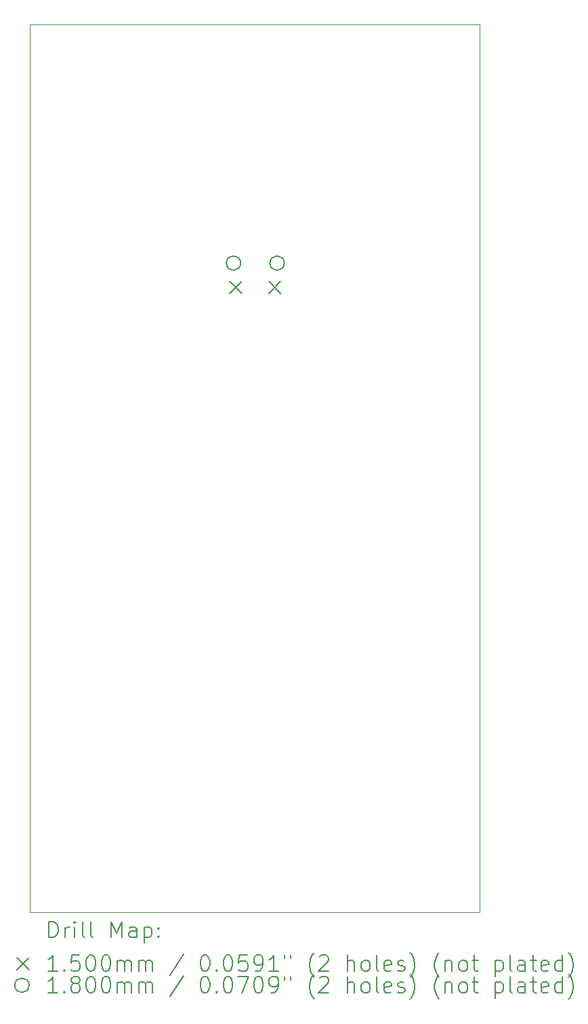
<source format=gbr>
%TF.GenerationSoftware,KiCad,Pcbnew,7.0.1*%
%TF.CreationDate,2023-06-05T16:13:59-05:00*%
%TF.ProjectId,Pico Breakout Board,5069636f-2042-4726-9561-6b6f75742042,rev?*%
%TF.SameCoordinates,Original*%
%TF.FileFunction,Drillmap*%
%TF.FilePolarity,Positive*%
%FSLAX45Y45*%
G04 Gerber Fmt 4.5, Leading zero omitted, Abs format (unit mm)*
G04 Created by KiCad (PCBNEW 7.0.1) date 2023-06-05 16:13:59*
%MOMM*%
%LPD*%
G01*
G04 APERTURE LIST*
%ADD10C,0.100000*%
%ADD11C,0.200000*%
%ADD12C,0.150000*%
%ADD13C,0.180000*%
G04 APERTURE END LIST*
D10*
X10642600Y-3276600D02*
X16268700Y-3276600D01*
X16268700Y-14363700D01*
X10642600Y-14363700D01*
X10642600Y-3276600D01*
D11*
D12*
X13147000Y-6483500D02*
X13297000Y-6633500D01*
X13297000Y-6483500D02*
X13147000Y-6633500D01*
X13632000Y-6483500D02*
X13782000Y-6633500D01*
X13782000Y-6483500D02*
X13632000Y-6633500D01*
D13*
X13282000Y-6255500D02*
G75*
G03*
X13282000Y-6255500I-90000J0D01*
G01*
X13827000Y-6255500D02*
G75*
G03*
X13827000Y-6255500I-90000J0D01*
G01*
D11*
X10885219Y-14681224D02*
X10885219Y-14481224D01*
X10885219Y-14481224D02*
X10932838Y-14481224D01*
X10932838Y-14481224D02*
X10961410Y-14490748D01*
X10961410Y-14490748D02*
X10980457Y-14509795D01*
X10980457Y-14509795D02*
X10989981Y-14528843D01*
X10989981Y-14528843D02*
X10999505Y-14566938D01*
X10999505Y-14566938D02*
X10999505Y-14595509D01*
X10999505Y-14595509D02*
X10989981Y-14633605D01*
X10989981Y-14633605D02*
X10980457Y-14652652D01*
X10980457Y-14652652D02*
X10961410Y-14671700D01*
X10961410Y-14671700D02*
X10932838Y-14681224D01*
X10932838Y-14681224D02*
X10885219Y-14681224D01*
X11085219Y-14681224D02*
X11085219Y-14547890D01*
X11085219Y-14585986D02*
X11094743Y-14566938D01*
X11094743Y-14566938D02*
X11104267Y-14557414D01*
X11104267Y-14557414D02*
X11123314Y-14547890D01*
X11123314Y-14547890D02*
X11142362Y-14547890D01*
X11209028Y-14681224D02*
X11209028Y-14547890D01*
X11209028Y-14481224D02*
X11199505Y-14490748D01*
X11199505Y-14490748D02*
X11209028Y-14500271D01*
X11209028Y-14500271D02*
X11218552Y-14490748D01*
X11218552Y-14490748D02*
X11209028Y-14481224D01*
X11209028Y-14481224D02*
X11209028Y-14500271D01*
X11332838Y-14681224D02*
X11313790Y-14671700D01*
X11313790Y-14671700D02*
X11304267Y-14652652D01*
X11304267Y-14652652D02*
X11304267Y-14481224D01*
X11437600Y-14681224D02*
X11418552Y-14671700D01*
X11418552Y-14671700D02*
X11409028Y-14652652D01*
X11409028Y-14652652D02*
X11409028Y-14481224D01*
X11666171Y-14681224D02*
X11666171Y-14481224D01*
X11666171Y-14481224D02*
X11732838Y-14624081D01*
X11732838Y-14624081D02*
X11799505Y-14481224D01*
X11799505Y-14481224D02*
X11799505Y-14681224D01*
X11980457Y-14681224D02*
X11980457Y-14576462D01*
X11980457Y-14576462D02*
X11970933Y-14557414D01*
X11970933Y-14557414D02*
X11951886Y-14547890D01*
X11951886Y-14547890D02*
X11913790Y-14547890D01*
X11913790Y-14547890D02*
X11894743Y-14557414D01*
X11980457Y-14671700D02*
X11961409Y-14681224D01*
X11961409Y-14681224D02*
X11913790Y-14681224D01*
X11913790Y-14681224D02*
X11894743Y-14671700D01*
X11894743Y-14671700D02*
X11885219Y-14652652D01*
X11885219Y-14652652D02*
X11885219Y-14633605D01*
X11885219Y-14633605D02*
X11894743Y-14614557D01*
X11894743Y-14614557D02*
X11913790Y-14605033D01*
X11913790Y-14605033D02*
X11961409Y-14605033D01*
X11961409Y-14605033D02*
X11980457Y-14595509D01*
X12075695Y-14547890D02*
X12075695Y-14747890D01*
X12075695Y-14557414D02*
X12094743Y-14547890D01*
X12094743Y-14547890D02*
X12132838Y-14547890D01*
X12132838Y-14547890D02*
X12151886Y-14557414D01*
X12151886Y-14557414D02*
X12161409Y-14566938D01*
X12161409Y-14566938D02*
X12170933Y-14585986D01*
X12170933Y-14585986D02*
X12170933Y-14643128D01*
X12170933Y-14643128D02*
X12161409Y-14662176D01*
X12161409Y-14662176D02*
X12151886Y-14671700D01*
X12151886Y-14671700D02*
X12132838Y-14681224D01*
X12132838Y-14681224D02*
X12094743Y-14681224D01*
X12094743Y-14681224D02*
X12075695Y-14671700D01*
X12256648Y-14662176D02*
X12266171Y-14671700D01*
X12266171Y-14671700D02*
X12256648Y-14681224D01*
X12256648Y-14681224D02*
X12247124Y-14671700D01*
X12247124Y-14671700D02*
X12256648Y-14662176D01*
X12256648Y-14662176D02*
X12256648Y-14681224D01*
X12256648Y-14557414D02*
X12266171Y-14566938D01*
X12266171Y-14566938D02*
X12256648Y-14576462D01*
X12256648Y-14576462D02*
X12247124Y-14566938D01*
X12247124Y-14566938D02*
X12256648Y-14557414D01*
X12256648Y-14557414D02*
X12256648Y-14576462D01*
D12*
X10487600Y-14933700D02*
X10637600Y-15083700D01*
X10637600Y-14933700D02*
X10487600Y-15083700D01*
D11*
X10989981Y-15101224D02*
X10875695Y-15101224D01*
X10932838Y-15101224D02*
X10932838Y-14901224D01*
X10932838Y-14901224D02*
X10913790Y-14929795D01*
X10913790Y-14929795D02*
X10894743Y-14948843D01*
X10894743Y-14948843D02*
X10875695Y-14958367D01*
X11075695Y-15082176D02*
X11085219Y-15091700D01*
X11085219Y-15091700D02*
X11075695Y-15101224D01*
X11075695Y-15101224D02*
X11066171Y-15091700D01*
X11066171Y-15091700D02*
X11075695Y-15082176D01*
X11075695Y-15082176D02*
X11075695Y-15101224D01*
X11266171Y-14901224D02*
X11170933Y-14901224D01*
X11170933Y-14901224D02*
X11161410Y-14996462D01*
X11161410Y-14996462D02*
X11170933Y-14986938D01*
X11170933Y-14986938D02*
X11189981Y-14977414D01*
X11189981Y-14977414D02*
X11237600Y-14977414D01*
X11237600Y-14977414D02*
X11256648Y-14986938D01*
X11256648Y-14986938D02*
X11266171Y-14996462D01*
X11266171Y-14996462D02*
X11275695Y-15015509D01*
X11275695Y-15015509D02*
X11275695Y-15063128D01*
X11275695Y-15063128D02*
X11266171Y-15082176D01*
X11266171Y-15082176D02*
X11256648Y-15091700D01*
X11256648Y-15091700D02*
X11237600Y-15101224D01*
X11237600Y-15101224D02*
X11189981Y-15101224D01*
X11189981Y-15101224D02*
X11170933Y-15091700D01*
X11170933Y-15091700D02*
X11161410Y-15082176D01*
X11399505Y-14901224D02*
X11418552Y-14901224D01*
X11418552Y-14901224D02*
X11437600Y-14910748D01*
X11437600Y-14910748D02*
X11447124Y-14920271D01*
X11447124Y-14920271D02*
X11456648Y-14939319D01*
X11456648Y-14939319D02*
X11466171Y-14977414D01*
X11466171Y-14977414D02*
X11466171Y-15025033D01*
X11466171Y-15025033D02*
X11456648Y-15063128D01*
X11456648Y-15063128D02*
X11447124Y-15082176D01*
X11447124Y-15082176D02*
X11437600Y-15091700D01*
X11437600Y-15091700D02*
X11418552Y-15101224D01*
X11418552Y-15101224D02*
X11399505Y-15101224D01*
X11399505Y-15101224D02*
X11380457Y-15091700D01*
X11380457Y-15091700D02*
X11370933Y-15082176D01*
X11370933Y-15082176D02*
X11361409Y-15063128D01*
X11361409Y-15063128D02*
X11351886Y-15025033D01*
X11351886Y-15025033D02*
X11351886Y-14977414D01*
X11351886Y-14977414D02*
X11361409Y-14939319D01*
X11361409Y-14939319D02*
X11370933Y-14920271D01*
X11370933Y-14920271D02*
X11380457Y-14910748D01*
X11380457Y-14910748D02*
X11399505Y-14901224D01*
X11589981Y-14901224D02*
X11609029Y-14901224D01*
X11609029Y-14901224D02*
X11628076Y-14910748D01*
X11628076Y-14910748D02*
X11637600Y-14920271D01*
X11637600Y-14920271D02*
X11647124Y-14939319D01*
X11647124Y-14939319D02*
X11656648Y-14977414D01*
X11656648Y-14977414D02*
X11656648Y-15025033D01*
X11656648Y-15025033D02*
X11647124Y-15063128D01*
X11647124Y-15063128D02*
X11637600Y-15082176D01*
X11637600Y-15082176D02*
X11628076Y-15091700D01*
X11628076Y-15091700D02*
X11609029Y-15101224D01*
X11609029Y-15101224D02*
X11589981Y-15101224D01*
X11589981Y-15101224D02*
X11570933Y-15091700D01*
X11570933Y-15091700D02*
X11561409Y-15082176D01*
X11561409Y-15082176D02*
X11551886Y-15063128D01*
X11551886Y-15063128D02*
X11542362Y-15025033D01*
X11542362Y-15025033D02*
X11542362Y-14977414D01*
X11542362Y-14977414D02*
X11551886Y-14939319D01*
X11551886Y-14939319D02*
X11561409Y-14920271D01*
X11561409Y-14920271D02*
X11570933Y-14910748D01*
X11570933Y-14910748D02*
X11589981Y-14901224D01*
X11742362Y-15101224D02*
X11742362Y-14967890D01*
X11742362Y-14986938D02*
X11751886Y-14977414D01*
X11751886Y-14977414D02*
X11770933Y-14967890D01*
X11770933Y-14967890D02*
X11799505Y-14967890D01*
X11799505Y-14967890D02*
X11818552Y-14977414D01*
X11818552Y-14977414D02*
X11828076Y-14996462D01*
X11828076Y-14996462D02*
X11828076Y-15101224D01*
X11828076Y-14996462D02*
X11837600Y-14977414D01*
X11837600Y-14977414D02*
X11856648Y-14967890D01*
X11856648Y-14967890D02*
X11885219Y-14967890D01*
X11885219Y-14967890D02*
X11904267Y-14977414D01*
X11904267Y-14977414D02*
X11913790Y-14996462D01*
X11913790Y-14996462D02*
X11913790Y-15101224D01*
X12009029Y-15101224D02*
X12009029Y-14967890D01*
X12009029Y-14986938D02*
X12018552Y-14977414D01*
X12018552Y-14977414D02*
X12037600Y-14967890D01*
X12037600Y-14967890D02*
X12066171Y-14967890D01*
X12066171Y-14967890D02*
X12085219Y-14977414D01*
X12085219Y-14977414D02*
X12094743Y-14996462D01*
X12094743Y-14996462D02*
X12094743Y-15101224D01*
X12094743Y-14996462D02*
X12104267Y-14977414D01*
X12104267Y-14977414D02*
X12123314Y-14967890D01*
X12123314Y-14967890D02*
X12151886Y-14967890D01*
X12151886Y-14967890D02*
X12170933Y-14977414D01*
X12170933Y-14977414D02*
X12180457Y-14996462D01*
X12180457Y-14996462D02*
X12180457Y-15101224D01*
X12570933Y-14891700D02*
X12399505Y-15148843D01*
X12828076Y-14901224D02*
X12847124Y-14901224D01*
X12847124Y-14901224D02*
X12866172Y-14910748D01*
X12866172Y-14910748D02*
X12875695Y-14920271D01*
X12875695Y-14920271D02*
X12885219Y-14939319D01*
X12885219Y-14939319D02*
X12894743Y-14977414D01*
X12894743Y-14977414D02*
X12894743Y-15025033D01*
X12894743Y-15025033D02*
X12885219Y-15063128D01*
X12885219Y-15063128D02*
X12875695Y-15082176D01*
X12875695Y-15082176D02*
X12866172Y-15091700D01*
X12866172Y-15091700D02*
X12847124Y-15101224D01*
X12847124Y-15101224D02*
X12828076Y-15101224D01*
X12828076Y-15101224D02*
X12809029Y-15091700D01*
X12809029Y-15091700D02*
X12799505Y-15082176D01*
X12799505Y-15082176D02*
X12789981Y-15063128D01*
X12789981Y-15063128D02*
X12780457Y-15025033D01*
X12780457Y-15025033D02*
X12780457Y-14977414D01*
X12780457Y-14977414D02*
X12789981Y-14939319D01*
X12789981Y-14939319D02*
X12799505Y-14920271D01*
X12799505Y-14920271D02*
X12809029Y-14910748D01*
X12809029Y-14910748D02*
X12828076Y-14901224D01*
X12980457Y-15082176D02*
X12989981Y-15091700D01*
X12989981Y-15091700D02*
X12980457Y-15101224D01*
X12980457Y-15101224D02*
X12970933Y-15091700D01*
X12970933Y-15091700D02*
X12980457Y-15082176D01*
X12980457Y-15082176D02*
X12980457Y-15101224D01*
X13113791Y-14901224D02*
X13132838Y-14901224D01*
X13132838Y-14901224D02*
X13151886Y-14910748D01*
X13151886Y-14910748D02*
X13161410Y-14920271D01*
X13161410Y-14920271D02*
X13170933Y-14939319D01*
X13170933Y-14939319D02*
X13180457Y-14977414D01*
X13180457Y-14977414D02*
X13180457Y-15025033D01*
X13180457Y-15025033D02*
X13170933Y-15063128D01*
X13170933Y-15063128D02*
X13161410Y-15082176D01*
X13161410Y-15082176D02*
X13151886Y-15091700D01*
X13151886Y-15091700D02*
X13132838Y-15101224D01*
X13132838Y-15101224D02*
X13113791Y-15101224D01*
X13113791Y-15101224D02*
X13094743Y-15091700D01*
X13094743Y-15091700D02*
X13085219Y-15082176D01*
X13085219Y-15082176D02*
X13075695Y-15063128D01*
X13075695Y-15063128D02*
X13066172Y-15025033D01*
X13066172Y-15025033D02*
X13066172Y-14977414D01*
X13066172Y-14977414D02*
X13075695Y-14939319D01*
X13075695Y-14939319D02*
X13085219Y-14920271D01*
X13085219Y-14920271D02*
X13094743Y-14910748D01*
X13094743Y-14910748D02*
X13113791Y-14901224D01*
X13361410Y-14901224D02*
X13266172Y-14901224D01*
X13266172Y-14901224D02*
X13256648Y-14996462D01*
X13256648Y-14996462D02*
X13266172Y-14986938D01*
X13266172Y-14986938D02*
X13285219Y-14977414D01*
X13285219Y-14977414D02*
X13332838Y-14977414D01*
X13332838Y-14977414D02*
X13351886Y-14986938D01*
X13351886Y-14986938D02*
X13361410Y-14996462D01*
X13361410Y-14996462D02*
X13370933Y-15015509D01*
X13370933Y-15015509D02*
X13370933Y-15063128D01*
X13370933Y-15063128D02*
X13361410Y-15082176D01*
X13361410Y-15082176D02*
X13351886Y-15091700D01*
X13351886Y-15091700D02*
X13332838Y-15101224D01*
X13332838Y-15101224D02*
X13285219Y-15101224D01*
X13285219Y-15101224D02*
X13266172Y-15091700D01*
X13266172Y-15091700D02*
X13256648Y-15082176D01*
X13466172Y-15101224D02*
X13504267Y-15101224D01*
X13504267Y-15101224D02*
X13523314Y-15091700D01*
X13523314Y-15091700D02*
X13532838Y-15082176D01*
X13532838Y-15082176D02*
X13551886Y-15053605D01*
X13551886Y-15053605D02*
X13561410Y-15015509D01*
X13561410Y-15015509D02*
X13561410Y-14939319D01*
X13561410Y-14939319D02*
X13551886Y-14920271D01*
X13551886Y-14920271D02*
X13542362Y-14910748D01*
X13542362Y-14910748D02*
X13523314Y-14901224D01*
X13523314Y-14901224D02*
X13485219Y-14901224D01*
X13485219Y-14901224D02*
X13466172Y-14910748D01*
X13466172Y-14910748D02*
X13456648Y-14920271D01*
X13456648Y-14920271D02*
X13447124Y-14939319D01*
X13447124Y-14939319D02*
X13447124Y-14986938D01*
X13447124Y-14986938D02*
X13456648Y-15005986D01*
X13456648Y-15005986D02*
X13466172Y-15015509D01*
X13466172Y-15015509D02*
X13485219Y-15025033D01*
X13485219Y-15025033D02*
X13523314Y-15025033D01*
X13523314Y-15025033D02*
X13542362Y-15015509D01*
X13542362Y-15015509D02*
X13551886Y-15005986D01*
X13551886Y-15005986D02*
X13561410Y-14986938D01*
X13751886Y-15101224D02*
X13637600Y-15101224D01*
X13694743Y-15101224D02*
X13694743Y-14901224D01*
X13694743Y-14901224D02*
X13675695Y-14929795D01*
X13675695Y-14929795D02*
X13656648Y-14948843D01*
X13656648Y-14948843D02*
X13637600Y-14958367D01*
X13828076Y-14901224D02*
X13828076Y-14939319D01*
X13904267Y-14901224D02*
X13904267Y-14939319D01*
X14199505Y-15177414D02*
X14189981Y-15167890D01*
X14189981Y-15167890D02*
X14170934Y-15139319D01*
X14170934Y-15139319D02*
X14161410Y-15120271D01*
X14161410Y-15120271D02*
X14151886Y-15091700D01*
X14151886Y-15091700D02*
X14142362Y-15044081D01*
X14142362Y-15044081D02*
X14142362Y-15005986D01*
X14142362Y-15005986D02*
X14151886Y-14958367D01*
X14151886Y-14958367D02*
X14161410Y-14929795D01*
X14161410Y-14929795D02*
X14170934Y-14910748D01*
X14170934Y-14910748D02*
X14189981Y-14882176D01*
X14189981Y-14882176D02*
X14199505Y-14872652D01*
X14266172Y-14920271D02*
X14275695Y-14910748D01*
X14275695Y-14910748D02*
X14294743Y-14901224D01*
X14294743Y-14901224D02*
X14342362Y-14901224D01*
X14342362Y-14901224D02*
X14361410Y-14910748D01*
X14361410Y-14910748D02*
X14370934Y-14920271D01*
X14370934Y-14920271D02*
X14380457Y-14939319D01*
X14380457Y-14939319D02*
X14380457Y-14958367D01*
X14380457Y-14958367D02*
X14370934Y-14986938D01*
X14370934Y-14986938D02*
X14256648Y-15101224D01*
X14256648Y-15101224D02*
X14380457Y-15101224D01*
X14618553Y-15101224D02*
X14618553Y-14901224D01*
X14704267Y-15101224D02*
X14704267Y-14996462D01*
X14704267Y-14996462D02*
X14694743Y-14977414D01*
X14694743Y-14977414D02*
X14675696Y-14967890D01*
X14675696Y-14967890D02*
X14647124Y-14967890D01*
X14647124Y-14967890D02*
X14628076Y-14977414D01*
X14628076Y-14977414D02*
X14618553Y-14986938D01*
X14828076Y-15101224D02*
X14809029Y-15091700D01*
X14809029Y-15091700D02*
X14799505Y-15082176D01*
X14799505Y-15082176D02*
X14789981Y-15063128D01*
X14789981Y-15063128D02*
X14789981Y-15005986D01*
X14789981Y-15005986D02*
X14799505Y-14986938D01*
X14799505Y-14986938D02*
X14809029Y-14977414D01*
X14809029Y-14977414D02*
X14828076Y-14967890D01*
X14828076Y-14967890D02*
X14856648Y-14967890D01*
X14856648Y-14967890D02*
X14875696Y-14977414D01*
X14875696Y-14977414D02*
X14885219Y-14986938D01*
X14885219Y-14986938D02*
X14894743Y-15005986D01*
X14894743Y-15005986D02*
X14894743Y-15063128D01*
X14894743Y-15063128D02*
X14885219Y-15082176D01*
X14885219Y-15082176D02*
X14875696Y-15091700D01*
X14875696Y-15091700D02*
X14856648Y-15101224D01*
X14856648Y-15101224D02*
X14828076Y-15101224D01*
X15009029Y-15101224D02*
X14989981Y-15091700D01*
X14989981Y-15091700D02*
X14980457Y-15072652D01*
X14980457Y-15072652D02*
X14980457Y-14901224D01*
X15161410Y-15091700D02*
X15142362Y-15101224D01*
X15142362Y-15101224D02*
X15104267Y-15101224D01*
X15104267Y-15101224D02*
X15085219Y-15091700D01*
X15085219Y-15091700D02*
X15075696Y-15072652D01*
X15075696Y-15072652D02*
X15075696Y-14996462D01*
X15075696Y-14996462D02*
X15085219Y-14977414D01*
X15085219Y-14977414D02*
X15104267Y-14967890D01*
X15104267Y-14967890D02*
X15142362Y-14967890D01*
X15142362Y-14967890D02*
X15161410Y-14977414D01*
X15161410Y-14977414D02*
X15170934Y-14996462D01*
X15170934Y-14996462D02*
X15170934Y-15015509D01*
X15170934Y-15015509D02*
X15075696Y-15034557D01*
X15247124Y-15091700D02*
X15266172Y-15101224D01*
X15266172Y-15101224D02*
X15304267Y-15101224D01*
X15304267Y-15101224D02*
X15323315Y-15091700D01*
X15323315Y-15091700D02*
X15332838Y-15072652D01*
X15332838Y-15072652D02*
X15332838Y-15063128D01*
X15332838Y-15063128D02*
X15323315Y-15044081D01*
X15323315Y-15044081D02*
X15304267Y-15034557D01*
X15304267Y-15034557D02*
X15275696Y-15034557D01*
X15275696Y-15034557D02*
X15256648Y-15025033D01*
X15256648Y-15025033D02*
X15247124Y-15005986D01*
X15247124Y-15005986D02*
X15247124Y-14996462D01*
X15247124Y-14996462D02*
X15256648Y-14977414D01*
X15256648Y-14977414D02*
X15275696Y-14967890D01*
X15275696Y-14967890D02*
X15304267Y-14967890D01*
X15304267Y-14967890D02*
X15323315Y-14977414D01*
X15399505Y-15177414D02*
X15409029Y-15167890D01*
X15409029Y-15167890D02*
X15428077Y-15139319D01*
X15428077Y-15139319D02*
X15437600Y-15120271D01*
X15437600Y-15120271D02*
X15447124Y-15091700D01*
X15447124Y-15091700D02*
X15456648Y-15044081D01*
X15456648Y-15044081D02*
X15456648Y-15005986D01*
X15456648Y-15005986D02*
X15447124Y-14958367D01*
X15447124Y-14958367D02*
X15437600Y-14929795D01*
X15437600Y-14929795D02*
X15428077Y-14910748D01*
X15428077Y-14910748D02*
X15409029Y-14882176D01*
X15409029Y-14882176D02*
X15399505Y-14872652D01*
X15761410Y-15177414D02*
X15751886Y-15167890D01*
X15751886Y-15167890D02*
X15732838Y-15139319D01*
X15732838Y-15139319D02*
X15723315Y-15120271D01*
X15723315Y-15120271D02*
X15713791Y-15091700D01*
X15713791Y-15091700D02*
X15704267Y-15044081D01*
X15704267Y-15044081D02*
X15704267Y-15005986D01*
X15704267Y-15005986D02*
X15713791Y-14958367D01*
X15713791Y-14958367D02*
X15723315Y-14929795D01*
X15723315Y-14929795D02*
X15732838Y-14910748D01*
X15732838Y-14910748D02*
X15751886Y-14882176D01*
X15751886Y-14882176D02*
X15761410Y-14872652D01*
X15837600Y-14967890D02*
X15837600Y-15101224D01*
X15837600Y-14986938D02*
X15847124Y-14977414D01*
X15847124Y-14977414D02*
X15866172Y-14967890D01*
X15866172Y-14967890D02*
X15894743Y-14967890D01*
X15894743Y-14967890D02*
X15913791Y-14977414D01*
X15913791Y-14977414D02*
X15923315Y-14996462D01*
X15923315Y-14996462D02*
X15923315Y-15101224D01*
X16047124Y-15101224D02*
X16028077Y-15091700D01*
X16028077Y-15091700D02*
X16018553Y-15082176D01*
X16018553Y-15082176D02*
X16009029Y-15063128D01*
X16009029Y-15063128D02*
X16009029Y-15005986D01*
X16009029Y-15005986D02*
X16018553Y-14986938D01*
X16018553Y-14986938D02*
X16028077Y-14977414D01*
X16028077Y-14977414D02*
X16047124Y-14967890D01*
X16047124Y-14967890D02*
X16075696Y-14967890D01*
X16075696Y-14967890D02*
X16094743Y-14977414D01*
X16094743Y-14977414D02*
X16104267Y-14986938D01*
X16104267Y-14986938D02*
X16113791Y-15005986D01*
X16113791Y-15005986D02*
X16113791Y-15063128D01*
X16113791Y-15063128D02*
X16104267Y-15082176D01*
X16104267Y-15082176D02*
X16094743Y-15091700D01*
X16094743Y-15091700D02*
X16075696Y-15101224D01*
X16075696Y-15101224D02*
X16047124Y-15101224D01*
X16170934Y-14967890D02*
X16247124Y-14967890D01*
X16199505Y-14901224D02*
X16199505Y-15072652D01*
X16199505Y-15072652D02*
X16209029Y-15091700D01*
X16209029Y-15091700D02*
X16228077Y-15101224D01*
X16228077Y-15101224D02*
X16247124Y-15101224D01*
X16466172Y-14967890D02*
X16466172Y-15167890D01*
X16466172Y-14977414D02*
X16485219Y-14967890D01*
X16485219Y-14967890D02*
X16523315Y-14967890D01*
X16523315Y-14967890D02*
X16542362Y-14977414D01*
X16542362Y-14977414D02*
X16551886Y-14986938D01*
X16551886Y-14986938D02*
X16561410Y-15005986D01*
X16561410Y-15005986D02*
X16561410Y-15063128D01*
X16561410Y-15063128D02*
X16551886Y-15082176D01*
X16551886Y-15082176D02*
X16542362Y-15091700D01*
X16542362Y-15091700D02*
X16523315Y-15101224D01*
X16523315Y-15101224D02*
X16485219Y-15101224D01*
X16485219Y-15101224D02*
X16466172Y-15091700D01*
X16675696Y-15101224D02*
X16656648Y-15091700D01*
X16656648Y-15091700D02*
X16647124Y-15072652D01*
X16647124Y-15072652D02*
X16647124Y-14901224D01*
X16837601Y-15101224D02*
X16837601Y-14996462D01*
X16837601Y-14996462D02*
X16828077Y-14977414D01*
X16828077Y-14977414D02*
X16809029Y-14967890D01*
X16809029Y-14967890D02*
X16770934Y-14967890D01*
X16770934Y-14967890D02*
X16751886Y-14977414D01*
X16837601Y-15091700D02*
X16818553Y-15101224D01*
X16818553Y-15101224D02*
X16770934Y-15101224D01*
X16770934Y-15101224D02*
X16751886Y-15091700D01*
X16751886Y-15091700D02*
X16742362Y-15072652D01*
X16742362Y-15072652D02*
X16742362Y-15053605D01*
X16742362Y-15053605D02*
X16751886Y-15034557D01*
X16751886Y-15034557D02*
X16770934Y-15025033D01*
X16770934Y-15025033D02*
X16818553Y-15025033D01*
X16818553Y-15025033D02*
X16837601Y-15015509D01*
X16904267Y-14967890D02*
X16980458Y-14967890D01*
X16932839Y-14901224D02*
X16932839Y-15072652D01*
X16932839Y-15072652D02*
X16942362Y-15091700D01*
X16942362Y-15091700D02*
X16961410Y-15101224D01*
X16961410Y-15101224D02*
X16980458Y-15101224D01*
X17123315Y-15091700D02*
X17104267Y-15101224D01*
X17104267Y-15101224D02*
X17066172Y-15101224D01*
X17066172Y-15101224D02*
X17047124Y-15091700D01*
X17047124Y-15091700D02*
X17037601Y-15072652D01*
X17037601Y-15072652D02*
X17037601Y-14996462D01*
X17037601Y-14996462D02*
X17047124Y-14977414D01*
X17047124Y-14977414D02*
X17066172Y-14967890D01*
X17066172Y-14967890D02*
X17104267Y-14967890D01*
X17104267Y-14967890D02*
X17123315Y-14977414D01*
X17123315Y-14977414D02*
X17132839Y-14996462D01*
X17132839Y-14996462D02*
X17132839Y-15015509D01*
X17132839Y-15015509D02*
X17037601Y-15034557D01*
X17304267Y-15101224D02*
X17304267Y-14901224D01*
X17304267Y-15091700D02*
X17285220Y-15101224D01*
X17285220Y-15101224D02*
X17247124Y-15101224D01*
X17247124Y-15101224D02*
X17228077Y-15091700D01*
X17228077Y-15091700D02*
X17218553Y-15082176D01*
X17218553Y-15082176D02*
X17209029Y-15063128D01*
X17209029Y-15063128D02*
X17209029Y-15005986D01*
X17209029Y-15005986D02*
X17218553Y-14986938D01*
X17218553Y-14986938D02*
X17228077Y-14977414D01*
X17228077Y-14977414D02*
X17247124Y-14967890D01*
X17247124Y-14967890D02*
X17285220Y-14967890D01*
X17285220Y-14967890D02*
X17304267Y-14977414D01*
X17380458Y-15177414D02*
X17389982Y-15167890D01*
X17389982Y-15167890D02*
X17409029Y-15139319D01*
X17409029Y-15139319D02*
X17418553Y-15120271D01*
X17418553Y-15120271D02*
X17428077Y-15091700D01*
X17428077Y-15091700D02*
X17437601Y-15044081D01*
X17437601Y-15044081D02*
X17437601Y-15005986D01*
X17437601Y-15005986D02*
X17428077Y-14958367D01*
X17428077Y-14958367D02*
X17418553Y-14929795D01*
X17418553Y-14929795D02*
X17409029Y-14910748D01*
X17409029Y-14910748D02*
X17389982Y-14882176D01*
X17389982Y-14882176D02*
X17380458Y-14872652D01*
D13*
X10637600Y-15278700D02*
G75*
G03*
X10637600Y-15278700I-90000J0D01*
G01*
D11*
X10989981Y-15371224D02*
X10875695Y-15371224D01*
X10932838Y-15371224D02*
X10932838Y-15171224D01*
X10932838Y-15171224D02*
X10913790Y-15199795D01*
X10913790Y-15199795D02*
X10894743Y-15218843D01*
X10894743Y-15218843D02*
X10875695Y-15228367D01*
X11075695Y-15352176D02*
X11085219Y-15361700D01*
X11085219Y-15361700D02*
X11075695Y-15371224D01*
X11075695Y-15371224D02*
X11066171Y-15361700D01*
X11066171Y-15361700D02*
X11075695Y-15352176D01*
X11075695Y-15352176D02*
X11075695Y-15371224D01*
X11199505Y-15256938D02*
X11180457Y-15247414D01*
X11180457Y-15247414D02*
X11170933Y-15237890D01*
X11170933Y-15237890D02*
X11161410Y-15218843D01*
X11161410Y-15218843D02*
X11161410Y-15209319D01*
X11161410Y-15209319D02*
X11170933Y-15190271D01*
X11170933Y-15190271D02*
X11180457Y-15180748D01*
X11180457Y-15180748D02*
X11199505Y-15171224D01*
X11199505Y-15171224D02*
X11237600Y-15171224D01*
X11237600Y-15171224D02*
X11256648Y-15180748D01*
X11256648Y-15180748D02*
X11266171Y-15190271D01*
X11266171Y-15190271D02*
X11275695Y-15209319D01*
X11275695Y-15209319D02*
X11275695Y-15218843D01*
X11275695Y-15218843D02*
X11266171Y-15237890D01*
X11266171Y-15237890D02*
X11256648Y-15247414D01*
X11256648Y-15247414D02*
X11237600Y-15256938D01*
X11237600Y-15256938D02*
X11199505Y-15256938D01*
X11199505Y-15256938D02*
X11180457Y-15266462D01*
X11180457Y-15266462D02*
X11170933Y-15275986D01*
X11170933Y-15275986D02*
X11161410Y-15295033D01*
X11161410Y-15295033D02*
X11161410Y-15333128D01*
X11161410Y-15333128D02*
X11170933Y-15352176D01*
X11170933Y-15352176D02*
X11180457Y-15361700D01*
X11180457Y-15361700D02*
X11199505Y-15371224D01*
X11199505Y-15371224D02*
X11237600Y-15371224D01*
X11237600Y-15371224D02*
X11256648Y-15361700D01*
X11256648Y-15361700D02*
X11266171Y-15352176D01*
X11266171Y-15352176D02*
X11275695Y-15333128D01*
X11275695Y-15333128D02*
X11275695Y-15295033D01*
X11275695Y-15295033D02*
X11266171Y-15275986D01*
X11266171Y-15275986D02*
X11256648Y-15266462D01*
X11256648Y-15266462D02*
X11237600Y-15256938D01*
X11399505Y-15171224D02*
X11418552Y-15171224D01*
X11418552Y-15171224D02*
X11437600Y-15180748D01*
X11437600Y-15180748D02*
X11447124Y-15190271D01*
X11447124Y-15190271D02*
X11456648Y-15209319D01*
X11456648Y-15209319D02*
X11466171Y-15247414D01*
X11466171Y-15247414D02*
X11466171Y-15295033D01*
X11466171Y-15295033D02*
X11456648Y-15333128D01*
X11456648Y-15333128D02*
X11447124Y-15352176D01*
X11447124Y-15352176D02*
X11437600Y-15361700D01*
X11437600Y-15361700D02*
X11418552Y-15371224D01*
X11418552Y-15371224D02*
X11399505Y-15371224D01*
X11399505Y-15371224D02*
X11380457Y-15361700D01*
X11380457Y-15361700D02*
X11370933Y-15352176D01*
X11370933Y-15352176D02*
X11361409Y-15333128D01*
X11361409Y-15333128D02*
X11351886Y-15295033D01*
X11351886Y-15295033D02*
X11351886Y-15247414D01*
X11351886Y-15247414D02*
X11361409Y-15209319D01*
X11361409Y-15209319D02*
X11370933Y-15190271D01*
X11370933Y-15190271D02*
X11380457Y-15180748D01*
X11380457Y-15180748D02*
X11399505Y-15171224D01*
X11589981Y-15171224D02*
X11609029Y-15171224D01*
X11609029Y-15171224D02*
X11628076Y-15180748D01*
X11628076Y-15180748D02*
X11637600Y-15190271D01*
X11637600Y-15190271D02*
X11647124Y-15209319D01*
X11647124Y-15209319D02*
X11656648Y-15247414D01*
X11656648Y-15247414D02*
X11656648Y-15295033D01*
X11656648Y-15295033D02*
X11647124Y-15333128D01*
X11647124Y-15333128D02*
X11637600Y-15352176D01*
X11637600Y-15352176D02*
X11628076Y-15361700D01*
X11628076Y-15361700D02*
X11609029Y-15371224D01*
X11609029Y-15371224D02*
X11589981Y-15371224D01*
X11589981Y-15371224D02*
X11570933Y-15361700D01*
X11570933Y-15361700D02*
X11561409Y-15352176D01*
X11561409Y-15352176D02*
X11551886Y-15333128D01*
X11551886Y-15333128D02*
X11542362Y-15295033D01*
X11542362Y-15295033D02*
X11542362Y-15247414D01*
X11542362Y-15247414D02*
X11551886Y-15209319D01*
X11551886Y-15209319D02*
X11561409Y-15190271D01*
X11561409Y-15190271D02*
X11570933Y-15180748D01*
X11570933Y-15180748D02*
X11589981Y-15171224D01*
X11742362Y-15371224D02*
X11742362Y-15237890D01*
X11742362Y-15256938D02*
X11751886Y-15247414D01*
X11751886Y-15247414D02*
X11770933Y-15237890D01*
X11770933Y-15237890D02*
X11799505Y-15237890D01*
X11799505Y-15237890D02*
X11818552Y-15247414D01*
X11818552Y-15247414D02*
X11828076Y-15266462D01*
X11828076Y-15266462D02*
X11828076Y-15371224D01*
X11828076Y-15266462D02*
X11837600Y-15247414D01*
X11837600Y-15247414D02*
X11856648Y-15237890D01*
X11856648Y-15237890D02*
X11885219Y-15237890D01*
X11885219Y-15237890D02*
X11904267Y-15247414D01*
X11904267Y-15247414D02*
X11913790Y-15266462D01*
X11913790Y-15266462D02*
X11913790Y-15371224D01*
X12009029Y-15371224D02*
X12009029Y-15237890D01*
X12009029Y-15256938D02*
X12018552Y-15247414D01*
X12018552Y-15247414D02*
X12037600Y-15237890D01*
X12037600Y-15237890D02*
X12066171Y-15237890D01*
X12066171Y-15237890D02*
X12085219Y-15247414D01*
X12085219Y-15247414D02*
X12094743Y-15266462D01*
X12094743Y-15266462D02*
X12094743Y-15371224D01*
X12094743Y-15266462D02*
X12104267Y-15247414D01*
X12104267Y-15247414D02*
X12123314Y-15237890D01*
X12123314Y-15237890D02*
X12151886Y-15237890D01*
X12151886Y-15237890D02*
X12170933Y-15247414D01*
X12170933Y-15247414D02*
X12180457Y-15266462D01*
X12180457Y-15266462D02*
X12180457Y-15371224D01*
X12570933Y-15161700D02*
X12399505Y-15418843D01*
X12828076Y-15171224D02*
X12847124Y-15171224D01*
X12847124Y-15171224D02*
X12866172Y-15180748D01*
X12866172Y-15180748D02*
X12875695Y-15190271D01*
X12875695Y-15190271D02*
X12885219Y-15209319D01*
X12885219Y-15209319D02*
X12894743Y-15247414D01*
X12894743Y-15247414D02*
X12894743Y-15295033D01*
X12894743Y-15295033D02*
X12885219Y-15333128D01*
X12885219Y-15333128D02*
X12875695Y-15352176D01*
X12875695Y-15352176D02*
X12866172Y-15361700D01*
X12866172Y-15361700D02*
X12847124Y-15371224D01*
X12847124Y-15371224D02*
X12828076Y-15371224D01*
X12828076Y-15371224D02*
X12809029Y-15361700D01*
X12809029Y-15361700D02*
X12799505Y-15352176D01*
X12799505Y-15352176D02*
X12789981Y-15333128D01*
X12789981Y-15333128D02*
X12780457Y-15295033D01*
X12780457Y-15295033D02*
X12780457Y-15247414D01*
X12780457Y-15247414D02*
X12789981Y-15209319D01*
X12789981Y-15209319D02*
X12799505Y-15190271D01*
X12799505Y-15190271D02*
X12809029Y-15180748D01*
X12809029Y-15180748D02*
X12828076Y-15171224D01*
X12980457Y-15352176D02*
X12989981Y-15361700D01*
X12989981Y-15361700D02*
X12980457Y-15371224D01*
X12980457Y-15371224D02*
X12970933Y-15361700D01*
X12970933Y-15361700D02*
X12980457Y-15352176D01*
X12980457Y-15352176D02*
X12980457Y-15371224D01*
X13113791Y-15171224D02*
X13132838Y-15171224D01*
X13132838Y-15171224D02*
X13151886Y-15180748D01*
X13151886Y-15180748D02*
X13161410Y-15190271D01*
X13161410Y-15190271D02*
X13170933Y-15209319D01*
X13170933Y-15209319D02*
X13180457Y-15247414D01*
X13180457Y-15247414D02*
X13180457Y-15295033D01*
X13180457Y-15295033D02*
X13170933Y-15333128D01*
X13170933Y-15333128D02*
X13161410Y-15352176D01*
X13161410Y-15352176D02*
X13151886Y-15361700D01*
X13151886Y-15361700D02*
X13132838Y-15371224D01*
X13132838Y-15371224D02*
X13113791Y-15371224D01*
X13113791Y-15371224D02*
X13094743Y-15361700D01*
X13094743Y-15361700D02*
X13085219Y-15352176D01*
X13085219Y-15352176D02*
X13075695Y-15333128D01*
X13075695Y-15333128D02*
X13066172Y-15295033D01*
X13066172Y-15295033D02*
X13066172Y-15247414D01*
X13066172Y-15247414D02*
X13075695Y-15209319D01*
X13075695Y-15209319D02*
X13085219Y-15190271D01*
X13085219Y-15190271D02*
X13094743Y-15180748D01*
X13094743Y-15180748D02*
X13113791Y-15171224D01*
X13247124Y-15171224D02*
X13380457Y-15171224D01*
X13380457Y-15171224D02*
X13294743Y-15371224D01*
X13494743Y-15171224D02*
X13513791Y-15171224D01*
X13513791Y-15171224D02*
X13532838Y-15180748D01*
X13532838Y-15180748D02*
X13542362Y-15190271D01*
X13542362Y-15190271D02*
X13551886Y-15209319D01*
X13551886Y-15209319D02*
X13561410Y-15247414D01*
X13561410Y-15247414D02*
X13561410Y-15295033D01*
X13561410Y-15295033D02*
X13551886Y-15333128D01*
X13551886Y-15333128D02*
X13542362Y-15352176D01*
X13542362Y-15352176D02*
X13532838Y-15361700D01*
X13532838Y-15361700D02*
X13513791Y-15371224D01*
X13513791Y-15371224D02*
X13494743Y-15371224D01*
X13494743Y-15371224D02*
X13475695Y-15361700D01*
X13475695Y-15361700D02*
X13466172Y-15352176D01*
X13466172Y-15352176D02*
X13456648Y-15333128D01*
X13456648Y-15333128D02*
X13447124Y-15295033D01*
X13447124Y-15295033D02*
X13447124Y-15247414D01*
X13447124Y-15247414D02*
X13456648Y-15209319D01*
X13456648Y-15209319D02*
X13466172Y-15190271D01*
X13466172Y-15190271D02*
X13475695Y-15180748D01*
X13475695Y-15180748D02*
X13494743Y-15171224D01*
X13656648Y-15371224D02*
X13694743Y-15371224D01*
X13694743Y-15371224D02*
X13713791Y-15361700D01*
X13713791Y-15361700D02*
X13723314Y-15352176D01*
X13723314Y-15352176D02*
X13742362Y-15323605D01*
X13742362Y-15323605D02*
X13751886Y-15285509D01*
X13751886Y-15285509D02*
X13751886Y-15209319D01*
X13751886Y-15209319D02*
X13742362Y-15190271D01*
X13742362Y-15190271D02*
X13732838Y-15180748D01*
X13732838Y-15180748D02*
X13713791Y-15171224D01*
X13713791Y-15171224D02*
X13675695Y-15171224D01*
X13675695Y-15171224D02*
X13656648Y-15180748D01*
X13656648Y-15180748D02*
X13647124Y-15190271D01*
X13647124Y-15190271D02*
X13637600Y-15209319D01*
X13637600Y-15209319D02*
X13637600Y-15256938D01*
X13637600Y-15256938D02*
X13647124Y-15275986D01*
X13647124Y-15275986D02*
X13656648Y-15285509D01*
X13656648Y-15285509D02*
X13675695Y-15295033D01*
X13675695Y-15295033D02*
X13713791Y-15295033D01*
X13713791Y-15295033D02*
X13732838Y-15285509D01*
X13732838Y-15285509D02*
X13742362Y-15275986D01*
X13742362Y-15275986D02*
X13751886Y-15256938D01*
X13828076Y-15171224D02*
X13828076Y-15209319D01*
X13904267Y-15171224D02*
X13904267Y-15209319D01*
X14199505Y-15447414D02*
X14189981Y-15437890D01*
X14189981Y-15437890D02*
X14170934Y-15409319D01*
X14170934Y-15409319D02*
X14161410Y-15390271D01*
X14161410Y-15390271D02*
X14151886Y-15361700D01*
X14151886Y-15361700D02*
X14142362Y-15314081D01*
X14142362Y-15314081D02*
X14142362Y-15275986D01*
X14142362Y-15275986D02*
X14151886Y-15228367D01*
X14151886Y-15228367D02*
X14161410Y-15199795D01*
X14161410Y-15199795D02*
X14170934Y-15180748D01*
X14170934Y-15180748D02*
X14189981Y-15152176D01*
X14189981Y-15152176D02*
X14199505Y-15142652D01*
X14266172Y-15190271D02*
X14275695Y-15180748D01*
X14275695Y-15180748D02*
X14294743Y-15171224D01*
X14294743Y-15171224D02*
X14342362Y-15171224D01*
X14342362Y-15171224D02*
X14361410Y-15180748D01*
X14361410Y-15180748D02*
X14370934Y-15190271D01*
X14370934Y-15190271D02*
X14380457Y-15209319D01*
X14380457Y-15209319D02*
X14380457Y-15228367D01*
X14380457Y-15228367D02*
X14370934Y-15256938D01*
X14370934Y-15256938D02*
X14256648Y-15371224D01*
X14256648Y-15371224D02*
X14380457Y-15371224D01*
X14618553Y-15371224D02*
X14618553Y-15171224D01*
X14704267Y-15371224D02*
X14704267Y-15266462D01*
X14704267Y-15266462D02*
X14694743Y-15247414D01*
X14694743Y-15247414D02*
X14675696Y-15237890D01*
X14675696Y-15237890D02*
X14647124Y-15237890D01*
X14647124Y-15237890D02*
X14628076Y-15247414D01*
X14628076Y-15247414D02*
X14618553Y-15256938D01*
X14828076Y-15371224D02*
X14809029Y-15361700D01*
X14809029Y-15361700D02*
X14799505Y-15352176D01*
X14799505Y-15352176D02*
X14789981Y-15333128D01*
X14789981Y-15333128D02*
X14789981Y-15275986D01*
X14789981Y-15275986D02*
X14799505Y-15256938D01*
X14799505Y-15256938D02*
X14809029Y-15247414D01*
X14809029Y-15247414D02*
X14828076Y-15237890D01*
X14828076Y-15237890D02*
X14856648Y-15237890D01*
X14856648Y-15237890D02*
X14875696Y-15247414D01*
X14875696Y-15247414D02*
X14885219Y-15256938D01*
X14885219Y-15256938D02*
X14894743Y-15275986D01*
X14894743Y-15275986D02*
X14894743Y-15333128D01*
X14894743Y-15333128D02*
X14885219Y-15352176D01*
X14885219Y-15352176D02*
X14875696Y-15361700D01*
X14875696Y-15361700D02*
X14856648Y-15371224D01*
X14856648Y-15371224D02*
X14828076Y-15371224D01*
X15009029Y-15371224D02*
X14989981Y-15361700D01*
X14989981Y-15361700D02*
X14980457Y-15342652D01*
X14980457Y-15342652D02*
X14980457Y-15171224D01*
X15161410Y-15361700D02*
X15142362Y-15371224D01*
X15142362Y-15371224D02*
X15104267Y-15371224D01*
X15104267Y-15371224D02*
X15085219Y-15361700D01*
X15085219Y-15361700D02*
X15075696Y-15342652D01*
X15075696Y-15342652D02*
X15075696Y-15266462D01*
X15075696Y-15266462D02*
X15085219Y-15247414D01*
X15085219Y-15247414D02*
X15104267Y-15237890D01*
X15104267Y-15237890D02*
X15142362Y-15237890D01*
X15142362Y-15237890D02*
X15161410Y-15247414D01*
X15161410Y-15247414D02*
X15170934Y-15266462D01*
X15170934Y-15266462D02*
X15170934Y-15285509D01*
X15170934Y-15285509D02*
X15075696Y-15304557D01*
X15247124Y-15361700D02*
X15266172Y-15371224D01*
X15266172Y-15371224D02*
X15304267Y-15371224D01*
X15304267Y-15371224D02*
X15323315Y-15361700D01*
X15323315Y-15361700D02*
X15332838Y-15342652D01*
X15332838Y-15342652D02*
X15332838Y-15333128D01*
X15332838Y-15333128D02*
X15323315Y-15314081D01*
X15323315Y-15314081D02*
X15304267Y-15304557D01*
X15304267Y-15304557D02*
X15275696Y-15304557D01*
X15275696Y-15304557D02*
X15256648Y-15295033D01*
X15256648Y-15295033D02*
X15247124Y-15275986D01*
X15247124Y-15275986D02*
X15247124Y-15266462D01*
X15247124Y-15266462D02*
X15256648Y-15247414D01*
X15256648Y-15247414D02*
X15275696Y-15237890D01*
X15275696Y-15237890D02*
X15304267Y-15237890D01*
X15304267Y-15237890D02*
X15323315Y-15247414D01*
X15399505Y-15447414D02*
X15409029Y-15437890D01*
X15409029Y-15437890D02*
X15428077Y-15409319D01*
X15428077Y-15409319D02*
X15437600Y-15390271D01*
X15437600Y-15390271D02*
X15447124Y-15361700D01*
X15447124Y-15361700D02*
X15456648Y-15314081D01*
X15456648Y-15314081D02*
X15456648Y-15275986D01*
X15456648Y-15275986D02*
X15447124Y-15228367D01*
X15447124Y-15228367D02*
X15437600Y-15199795D01*
X15437600Y-15199795D02*
X15428077Y-15180748D01*
X15428077Y-15180748D02*
X15409029Y-15152176D01*
X15409029Y-15152176D02*
X15399505Y-15142652D01*
X15761410Y-15447414D02*
X15751886Y-15437890D01*
X15751886Y-15437890D02*
X15732838Y-15409319D01*
X15732838Y-15409319D02*
X15723315Y-15390271D01*
X15723315Y-15390271D02*
X15713791Y-15361700D01*
X15713791Y-15361700D02*
X15704267Y-15314081D01*
X15704267Y-15314081D02*
X15704267Y-15275986D01*
X15704267Y-15275986D02*
X15713791Y-15228367D01*
X15713791Y-15228367D02*
X15723315Y-15199795D01*
X15723315Y-15199795D02*
X15732838Y-15180748D01*
X15732838Y-15180748D02*
X15751886Y-15152176D01*
X15751886Y-15152176D02*
X15761410Y-15142652D01*
X15837600Y-15237890D02*
X15837600Y-15371224D01*
X15837600Y-15256938D02*
X15847124Y-15247414D01*
X15847124Y-15247414D02*
X15866172Y-15237890D01*
X15866172Y-15237890D02*
X15894743Y-15237890D01*
X15894743Y-15237890D02*
X15913791Y-15247414D01*
X15913791Y-15247414D02*
X15923315Y-15266462D01*
X15923315Y-15266462D02*
X15923315Y-15371224D01*
X16047124Y-15371224D02*
X16028077Y-15361700D01*
X16028077Y-15361700D02*
X16018553Y-15352176D01*
X16018553Y-15352176D02*
X16009029Y-15333128D01*
X16009029Y-15333128D02*
X16009029Y-15275986D01*
X16009029Y-15275986D02*
X16018553Y-15256938D01*
X16018553Y-15256938D02*
X16028077Y-15247414D01*
X16028077Y-15247414D02*
X16047124Y-15237890D01*
X16047124Y-15237890D02*
X16075696Y-15237890D01*
X16075696Y-15237890D02*
X16094743Y-15247414D01*
X16094743Y-15247414D02*
X16104267Y-15256938D01*
X16104267Y-15256938D02*
X16113791Y-15275986D01*
X16113791Y-15275986D02*
X16113791Y-15333128D01*
X16113791Y-15333128D02*
X16104267Y-15352176D01*
X16104267Y-15352176D02*
X16094743Y-15361700D01*
X16094743Y-15361700D02*
X16075696Y-15371224D01*
X16075696Y-15371224D02*
X16047124Y-15371224D01*
X16170934Y-15237890D02*
X16247124Y-15237890D01*
X16199505Y-15171224D02*
X16199505Y-15342652D01*
X16199505Y-15342652D02*
X16209029Y-15361700D01*
X16209029Y-15361700D02*
X16228077Y-15371224D01*
X16228077Y-15371224D02*
X16247124Y-15371224D01*
X16466172Y-15237890D02*
X16466172Y-15437890D01*
X16466172Y-15247414D02*
X16485219Y-15237890D01*
X16485219Y-15237890D02*
X16523315Y-15237890D01*
X16523315Y-15237890D02*
X16542362Y-15247414D01*
X16542362Y-15247414D02*
X16551886Y-15256938D01*
X16551886Y-15256938D02*
X16561410Y-15275986D01*
X16561410Y-15275986D02*
X16561410Y-15333128D01*
X16561410Y-15333128D02*
X16551886Y-15352176D01*
X16551886Y-15352176D02*
X16542362Y-15361700D01*
X16542362Y-15361700D02*
X16523315Y-15371224D01*
X16523315Y-15371224D02*
X16485219Y-15371224D01*
X16485219Y-15371224D02*
X16466172Y-15361700D01*
X16675696Y-15371224D02*
X16656648Y-15361700D01*
X16656648Y-15361700D02*
X16647124Y-15342652D01*
X16647124Y-15342652D02*
X16647124Y-15171224D01*
X16837601Y-15371224D02*
X16837601Y-15266462D01*
X16837601Y-15266462D02*
X16828077Y-15247414D01*
X16828077Y-15247414D02*
X16809029Y-15237890D01*
X16809029Y-15237890D02*
X16770934Y-15237890D01*
X16770934Y-15237890D02*
X16751886Y-15247414D01*
X16837601Y-15361700D02*
X16818553Y-15371224D01*
X16818553Y-15371224D02*
X16770934Y-15371224D01*
X16770934Y-15371224D02*
X16751886Y-15361700D01*
X16751886Y-15361700D02*
X16742362Y-15342652D01*
X16742362Y-15342652D02*
X16742362Y-15323605D01*
X16742362Y-15323605D02*
X16751886Y-15304557D01*
X16751886Y-15304557D02*
X16770934Y-15295033D01*
X16770934Y-15295033D02*
X16818553Y-15295033D01*
X16818553Y-15295033D02*
X16837601Y-15285509D01*
X16904267Y-15237890D02*
X16980458Y-15237890D01*
X16932839Y-15171224D02*
X16932839Y-15342652D01*
X16932839Y-15342652D02*
X16942362Y-15361700D01*
X16942362Y-15361700D02*
X16961410Y-15371224D01*
X16961410Y-15371224D02*
X16980458Y-15371224D01*
X17123315Y-15361700D02*
X17104267Y-15371224D01*
X17104267Y-15371224D02*
X17066172Y-15371224D01*
X17066172Y-15371224D02*
X17047124Y-15361700D01*
X17047124Y-15361700D02*
X17037601Y-15342652D01*
X17037601Y-15342652D02*
X17037601Y-15266462D01*
X17037601Y-15266462D02*
X17047124Y-15247414D01*
X17047124Y-15247414D02*
X17066172Y-15237890D01*
X17066172Y-15237890D02*
X17104267Y-15237890D01*
X17104267Y-15237890D02*
X17123315Y-15247414D01*
X17123315Y-15247414D02*
X17132839Y-15266462D01*
X17132839Y-15266462D02*
X17132839Y-15285509D01*
X17132839Y-15285509D02*
X17037601Y-15304557D01*
X17304267Y-15371224D02*
X17304267Y-15171224D01*
X17304267Y-15361700D02*
X17285220Y-15371224D01*
X17285220Y-15371224D02*
X17247124Y-15371224D01*
X17247124Y-15371224D02*
X17228077Y-15361700D01*
X17228077Y-15361700D02*
X17218553Y-15352176D01*
X17218553Y-15352176D02*
X17209029Y-15333128D01*
X17209029Y-15333128D02*
X17209029Y-15275986D01*
X17209029Y-15275986D02*
X17218553Y-15256938D01*
X17218553Y-15256938D02*
X17228077Y-15247414D01*
X17228077Y-15247414D02*
X17247124Y-15237890D01*
X17247124Y-15237890D02*
X17285220Y-15237890D01*
X17285220Y-15237890D02*
X17304267Y-15247414D01*
X17380458Y-15447414D02*
X17389982Y-15437890D01*
X17389982Y-15437890D02*
X17409029Y-15409319D01*
X17409029Y-15409319D02*
X17418553Y-15390271D01*
X17418553Y-15390271D02*
X17428077Y-15361700D01*
X17428077Y-15361700D02*
X17437601Y-15314081D01*
X17437601Y-15314081D02*
X17437601Y-15275986D01*
X17437601Y-15275986D02*
X17428077Y-15228367D01*
X17428077Y-15228367D02*
X17418553Y-15199795D01*
X17418553Y-15199795D02*
X17409029Y-15180748D01*
X17409029Y-15180748D02*
X17389982Y-15152176D01*
X17389982Y-15152176D02*
X17380458Y-15142652D01*
M02*

</source>
